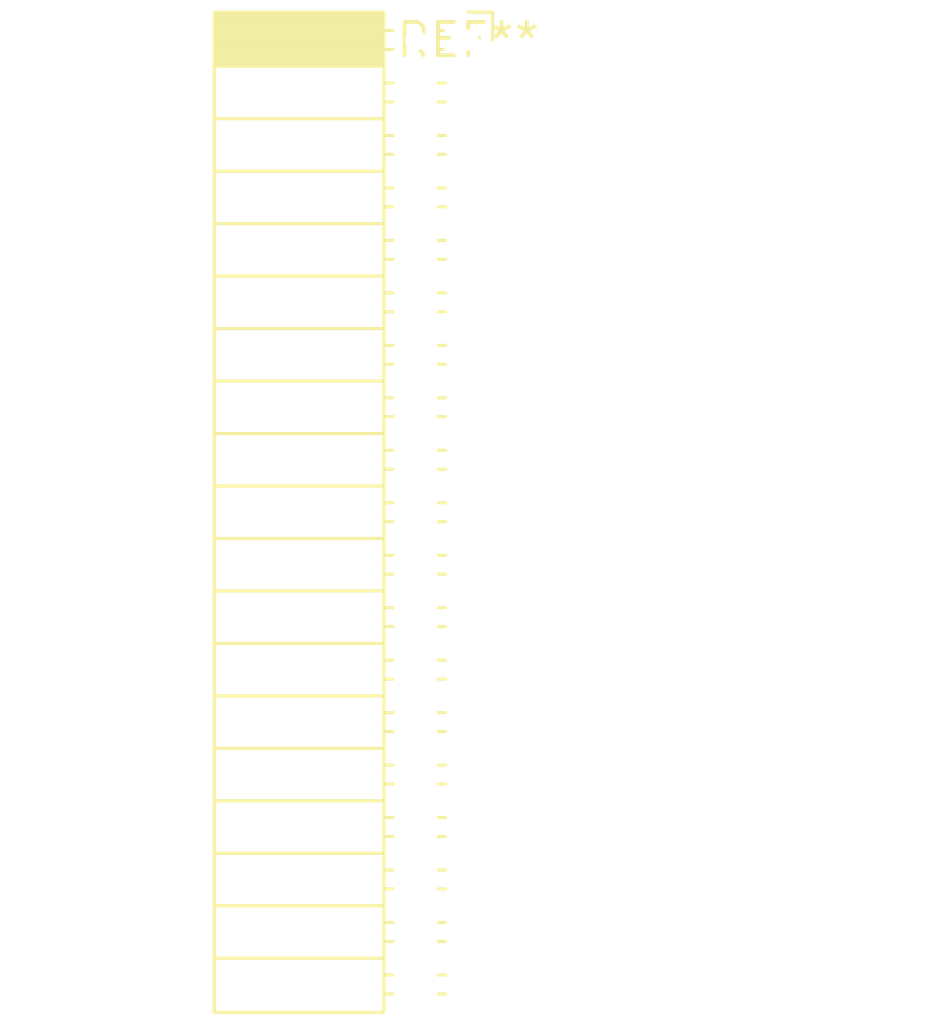
<source format=kicad_pcb>
(kicad_pcb (version 20240108) (generator pcbnew)
  (layers (0 "F.Cu" signal) (31 "B.Cu" signal) (34 "B.Paste" user) (35 "F.Paste" user) (36 "B.SilkS" user "B.Silkscreen") (37 "F.SilkS" user "F.Silkscreen") (38 "B.Mask" user) (39 "F.Mask" user) (44 "Edge.Cuts" user))
  (net 0 "")
  (footprint "PinSocket_2x19_P2.00mm_Horizontal" (layer "F.Cu") (at 0 0)
    (property "Reference" "REF**")
    (property "Value" "PinSocket_2x19_P2.00mm_Horizontal")
    (fp_line (start -9.68 -1.06) (end -9.68 37.06) (layer "F.SilkS") (stroke (width 0.12)))
    (fp_line (start -9.68 -1.06) (end -3.21 -1.06) (layer "F.SilkS") (stroke (width 0.12)))
    (fp_line (start -9.68 -0.94) (end -3.21 -0.94) (layer "F.SilkS") (stroke (width 0.12)))
    (fp_line (start -9.68 -0.825882) (end -3.21 -0.825882) (layer "F.SilkS") (stroke (width 0.12)))
    (fp_line (start -9.68 -0.711764) (end -3.21 -0.711764) (layer "F.SilkS") (stroke (width 0.12)))
    (fp_line (start -9.68 -0.597646) (end -3.21 -0.597646) (layer "F.SilkS") (stroke (width 0.12)))
    (fp_line (start -9.68 -0.483528) (end -3.21 -0.483528) (layer "F.SilkS") (stroke (width 0.12)))
    (fp_line (start -9.68 -0.36941) (end -3.21 -0.36941) (layer "F.SilkS") (stroke (width 0.12)))
    (fp_line (start -9.68 -0.255292) (end -3.21 -0.255292) (layer "F.SilkS") (stroke (width 0.12)))
    (fp_line (start -9.68 -0.141174) (end -3.21 -0.141174) (layer "F.SilkS") (stroke (width 0.12)))
    (fp_line (start -9.68 -0.027056) (end -3.21 -0.027056) (layer "F.SilkS") (stroke (width 0.12)))
    (fp_line (start -9.68 0.087062) (end -3.21 0.087062) (layer "F.SilkS") (stroke (width 0.12)))
    (fp_line (start -9.68 0.20118) (end -3.21 0.20118) (layer "F.SilkS") (stroke (width 0.12)))
    (fp_line (start -9.68 0.315298) (end -3.21 0.315298) (layer "F.SilkS") (stroke (width 0.12)))
    (fp_line (start -9.68 0.429416) (end -3.21 0.429416) (layer "F.SilkS") (stroke (width 0.12)))
    (fp_line (start -9.68 0.543534) (end -3.21 0.543534) (layer "F.SilkS") (stroke (width 0.12)))
    (fp_line (start -9.68 0.657652) (end -3.21 0.657652) (layer "F.SilkS") (stroke (width 0.12)))
    (fp_line (start -9.68 0.77177) (end -3.21 0.77177) (layer "F.SilkS") (stroke (width 0.12)))
    (fp_line (start -9.68 0.885888) (end -3.21 0.885888) (layer "F.SilkS") (stroke (width 0.12)))
    (fp_line (start -9.68 1) (end -3.21 1) (layer "F.SilkS") (stroke (width 0.12)))
    (fp_line (start -9.68 3) (end -3.21 3) (layer "F.SilkS") (stroke (width 0.12)))
    (fp_line (start -9.68 5) (end -3.21 5) (layer "F.SilkS") (stroke (width 0.12)))
    (fp_line (start -9.68 7) (end -3.21 7) (layer "F.SilkS") (stroke (width 0.12)))
    (fp_line (start -9.68 9) (end -3.21 9) (layer "F.SilkS") (stroke (width 0.12)))
    (fp_line (start -9.68 11) (end -3.21 11) (layer "F.SilkS") (stroke (width 0.12)))
    (fp_line (start -9.68 13) (end -3.21 13) (layer "F.SilkS") (stroke (width 0.12)))
    (fp_line (start -9.68 15) (end -3.21 15) (layer "F.SilkS") (stroke (width 0.12)))
    (fp_line (start -9.68 17) (end -3.21 17) (layer "F.SilkS") (stroke (width 0.12)))
    (fp_line (start -9.68 19) (end -3.21 19) (layer "F.SilkS") (stroke (width 0.12)))
    (fp_line (start -9.68 21) (end -3.21 21) (layer "F.SilkS") (stroke (width 0.12)))
    (fp_line (start -9.68 23) (end -3.21 23) (layer "F.SilkS") (stroke (width 0.12)))
    (fp_line (start -9.68 25) (end -3.21 25) (layer "F.SilkS") (stroke (width 0.12)))
    (fp_line (start -9.68 27) (end -3.21 27) (layer "F.SilkS") (stroke (width 0.12)))
    (fp_line (start -9.68 29) (end -3.21 29) (layer "F.SilkS") (stroke (width 0.12)))
    (fp_line (start -9.68 31) (end -3.21 31) (layer "F.SilkS") (stroke (width 0.12)))
    (fp_line (start -9.68 33) (end -3.21 33) (layer "F.SilkS") (stroke (width 0.12)))
    (fp_line (start -9.68 35) (end -3.21 35) (layer "F.SilkS") (stroke (width 0.12)))
    (fp_line (start -9.68 37.06) (end -3.21 37.06) (layer "F.SilkS") (stroke (width 0.12)))
    (fp_line (start -3.21 -1.06) (end -3.21 37.06) (layer "F.SilkS") (stroke (width 0.12)))
    (fp_line (start -3.21 -0.36) (end -2.862917 -0.36) (layer "F.SilkS") (stroke (width 0.12)))
    (fp_line (start -3.21 0.36) (end -2.862917 0.36) (layer "F.SilkS") (stroke (width 0.12)))
    (fp_line (start -3.21 1.64) (end -2.862917 1.64) (layer "F.SilkS") (stroke (width 0.12)))
    (fp_line (start -3.21 2.36) (end -2.862917 2.36) (layer "F.SilkS") (stroke (width 0.12)))
    (fp_line (start -3.21 3.64) (end -2.862917 3.64) (layer "F.SilkS") (stroke (width 0.12)))
    (fp_line (start -3.21 4.36) (end -2.862917 4.36) (layer "F.SilkS") (stroke (width 0.12)))
    (fp_line (start -3.21 5.64) (end -2.862917 5.64) (layer "F.SilkS") (stroke (width 0.12)))
    (fp_line (start -3.21 6.36) (end -2.862917 6.36) (layer "F.SilkS") (stroke (width 0.12)))
    (fp_line (start -3.21 7.64) (end -2.862917 7.64) (layer "F.SilkS") (stroke (width 0.12)))
    (fp_line (start -3.21 8.36) (end -2.862917 8.36) (layer "F.SilkS") (stroke (width 0.12)))
    (fp_line (start -3.21 9.64) (end -2.862917 9.64) (layer "F.SilkS") (stroke (width 0.12)))
    (fp_line (start -3.21 10.36) (end -2.862917 10.36) (layer "F.SilkS") (stroke (width 0.12)))
    (fp_line (start -3.21 11.64) (end -2.862917 11.64) (layer "F.SilkS") (stroke (width 0.12)))
    (fp_line (start -3.21 12.36) (end -2.862917 12.36) (layer "F.SilkS") (stroke (width 0.12)))
    (fp_line (start -3.21 13.64) (end -2.862917 13.64) (layer "F.SilkS") (stroke (width 0.12)))
    (fp_line (start -3.21 14.36) (end -2.862917 14.36) (layer "F.SilkS") (stroke (width 0.12)))
    (fp_line (start -3.21 15.64) (end -2.862917 15.64) (layer "F.SilkS") (stroke (width 0.12)))
    (fp_line (start -3.21 16.36) (end -2.862917 16.36) (layer "F.SilkS") (stroke (width 0.12)))
    (fp_line (start -3.21 17.64) (end -2.862917 17.64) (layer "F.SilkS") (stroke (width 0.12)))
    (fp_line (start -3.21 18.36) (end -2.862917 18.36) (layer "F.SilkS") (stroke (width 0.12)))
    (fp_line (start -3.21 19.64) (end -2.862917 19.64) (layer "F.SilkS") (stroke (width 0.12)))
    (fp_line (start -3.21 20.36) (end -2.862917 20.36) (layer "F.SilkS") (stroke (width 0.12)))
    (fp_line (start -3.21 21.64) (end -2.862917 21.64) (layer "F.SilkS") (stroke (width 0.12)))
    (fp_line (start -3.21 22.36) (end -2.862917 22.36) (layer "F.SilkS") (stroke (width 0.12)))
    (fp_line (start -3.21 23.64) (end -2.862917 23.64) (layer "F.SilkS") (stroke (width 0.12)))
    (fp_line (start -3.21 24.36) (end -2.862917 24.36) (layer "F.SilkS") (stroke (width 0.12)))
    (fp_line (start -3.21 25.64) (end -2.862917 25.64) (layer "F.SilkS") (stroke (width 0.12)))
    (fp_line (start -3.21 26.36) (end -2.862917 26.36) (layer "F.SilkS") (stroke (width 0.12)))
    (fp_line (start -3.21 27.64) (end -2.862917 27.64) (layer "F.SilkS") (stroke (width 0.12)))
    (fp_line (start -3.21 28.36) (end -2.862917 28.36) (layer "F.SilkS") (stroke (width 0.12)))
    (fp_line (start -3.21 29.64) (end -2.862917 29.64) (layer "F.SilkS") (stroke (width 0.12)))
    (fp_line (start -3.21 30.36) (end -2.862917 30.36) (layer "F.SilkS") (stroke (width 0.12)))
    (fp_line (start -3.21 31.64) (end -2.862917 31.64) (layer "F.SilkS") (stroke (width 0.12)))
    (fp_line (start -3.21 32.36) (end -2.862917 32.36) (layer "F.SilkS") (stroke (width 0.12)))
    (fp_line (start -3.21 33.64) (end -2.862917 33.64) (layer "F.SilkS") (stroke (width 0.12)))
    (fp_line (start -3.21 34.36) (end -2.862917 34.36) (layer "F.SilkS") (stroke (width 0.12)))
    (fp_line (start -3.21 35.64) (end -2.862917 35.64) (layer "F.SilkS") (stroke (width 0.12)))
    (fp_line (start -3.21 36.36) (end -2.862917 36.36) (layer "F.SilkS") (stroke (width 0.12)))
    (fp_line (start -1.137083 -0.36) (end -0.935 -0.36) (layer "F.SilkS") (stroke (width 0.12)))
    (fp_line (start -1.137083 0.36) (end -0.935 0.36) (layer "F.SilkS") (stroke (width 0.12)))
    (fp_line (start -1.137083 1.64) (end -0.862917 1.64) (layer "F.SilkS") (stroke (width 0.12)))
    (fp_line (start -1.137083 2.36) (end -0.862917 2.36) (layer "F.SilkS") (stroke (width 0.12)))
    (fp_line (start -1.137083 3.64) (end -0.862917 3.64) (layer "F.SilkS") (stroke (width 0.12)))
    (fp_line (start -1.137083 4.36) (end -0.862917 4.36) (layer "F.SilkS") (stroke (width 0.12)))
    (fp_line (start -1.137083 5.64) (end -0.862917 5.64) (layer "F.SilkS") (stroke (width 0.12)))
    (fp_line (start -1.137083 6.36) (end -0.862917 6.36) (layer "F.SilkS") (stroke (width 0.12)))
    (fp_line (start -1.137083 7.64) (end -0.862917 7.64) (layer "F.SilkS") (stroke (width 0.12)))
    (fp_line (start -1.137083 8.36) (end -0.862917 8.36) (layer "F.SilkS") (stroke (width 0.12)))
    (fp_line (start -1.137083 9.64) (end -0.862917 9.64) (layer "F.SilkS") (stroke (width 0.12)))
    (fp_line (start -1.137083 10.36) (end -0.862917 10.36) (layer "F.SilkS") (stroke (width 0.12)))
    (fp_line (start -1.137083 11.64) (end -0.862917 11.64) (layer "F.SilkS") (stroke (width 0.12)))
    (fp_line (start -1.137083 12.36) (end -0.862917 12.36) (layer "F.SilkS") (stroke (width 0.12)))
    (fp_line (start -1.137083 13.64) (end -0.862917 13.64) (layer "F.SilkS") (stroke (width 0.12)))
    (fp_line (start -1.137083 14.36) (end -0.862917 14.36) (layer "F.SilkS") (stroke (width 0.12)))
    (fp_line (start -1.137083 15.64) (end -0.862917 15.64) (layer "F.SilkS") (stroke (width 0.12)))
    (fp_line (start -1.137083 16.36) (end -0.862917 16.36) (layer "F.SilkS") (stroke (width 0.12)))
    (fp_line (start -1.137083 17.64) (end -0.862917 17.64) (layer "F.SilkS") (stroke (width 0.12)))
    (fp_line (start -1.137083 18.36) (end -0.862917 18.36) (layer "F.SilkS") (stroke (width 0.12)))
    (fp_line (start -1.137083 19.64) (end -0.862917 19.64) (layer "F.SilkS") (stroke (width 0.12)))
    (fp_line (start -1.137083 20.36) (end -0.862917 20.36) (layer "F.SilkS") (stroke (width 0.12)))
    (fp_line (start -1.137083 21.64) (end -0.862917 21.64) (layer "F.SilkS") (stroke (width 0.12)))
    (fp_line (start -1.137083 22.36) (end -0.862917 22.36) (layer "F.SilkS") (stroke (width 0.12)))
    (fp_line (start -1.137083 23.64) (end -0.862917 23.64) (layer "F.SilkS") (stroke (width 0.12)))
    (fp_line (start -1.137083 24.36) (end -0.862917 24.36) (layer "F.SilkS") (stroke (width 0.12)))
    (fp_line (start -1.137083 25.64) (end -0.862917 25.64) (layer "F.SilkS") (stroke (width 0.12)))
    (fp_line (start -1.137083 26.36) (end -0.862917 26.36) (layer "F.SilkS") (stroke (width 0.12)))
    (fp_line (start -1.137083 27.64) (end -0.862917 27.64) (layer "F.SilkS") (stroke (width 0.12)))
    (fp_line (start -1.137083 28.36) (end -0.862917 28.36) (layer "F.SilkS") (stroke (width 0.12)))
    (fp_line (start -1.137083 29.64) (end -0.862917 29.64) (layer "F.SilkS") (stroke (width 0.12)))
    (fp_line (start -1.137083 30.36) (end -0.862917 30.36) (layer "F.SilkS") (stroke (width 0.12)))
    (fp_line (start -1.137083 31.64) (end -0.862917 31.64) (layer "F.SilkS") (stroke (width 0.12)))
    (fp_line (start -1.137083 32.36) (end -0.862917 32.36) (layer "F.SilkS") (stroke (width 0.12)))
    (fp_line (start -1.137083 33.64) (end -0.862917 33.64) (layer "F.SilkS") (stroke (width 0.12)))
    (fp_line (start -1.137083 34.36) (end -0.862917 34.36) (layer "F.SilkS") (stroke (width 0.12)))
    (fp_line (start -1.137083 35.64) (end -0.862917 35.64) (layer "F.SilkS") (stroke (width 0.12)))
    (fp_line (start -1.137083 36.36) (end -0.862917 36.36) (layer "F.SilkS") (stroke (width 0.12)))
    (fp_line (start 0 -1.06) (end 0.935 -1.06) (layer "F.SilkS") (stroke (width 0.12)))
    (fp_line (start 0.935 -1.06) (end 0.935 0) (layer "F.SilkS") (stroke (width 0.12)))
    (pad "1" thru_hole rect (at 0 0) (size 1.35 1.35) (drill 0.8) (layers *.Cu *.Mask) (remove_unused_layers))
    (pad "2" thru_hole oval (at -2 0) (size 1.35 1.35) (drill 0.8) (layers *.Cu *.Mask) (remove_unused_layers))
    (pad "3" thru_hole oval (at 0 2) (size 1.35 1.35) (drill 0.8) (layers *.Cu *.Mask) (remove_unused_layers))
    (pad "4" thru_hole oval (at -2 2) (size 1.35 1.35) (drill 0.8) (layers *.Cu *.Mask) (remove_unused_layers))
    (pad "5" thru_hole oval (at 0 4) (size 1.35 1.35) (drill 0.8) (layers *.Cu *.Mask) (remove_unused_layers))
    (pad "6" thru_hole oval (at -2 4) (size 1.35 1.35) (drill 0.8) (layers *.Cu *.Mask) (remove_unused_layers))
    (pad "7" thru_hole oval (at 0 6) (size 1.35 1.35) (drill 0.8) (layers *.Cu *.Mask) (remove_unused_layers))
    (pad "8" thru_hole oval (at -2 6) (size 1.35 1.35) (drill 0.8) (layers *.Cu *.Mask) (remove_unused_layers))
    (pad "9" thru_hole oval (at 0 8) (size 1.35 1.35) (drill 0.8) (layers *.Cu *.Mask) (remove_unused_layers))
    (pad "10" thru_hole oval (at -2 8) (size 1.35 1.35) (drill 0.8) (layers *.Cu *.Mask) (remove_unused_layers))
    (pad "11" thru_hole oval (at 0 10) (size 1.35 1.35) (drill 0.8) (layers *.Cu *.Mask) (remove_unused_layers))
    (pad "12" thru_hole oval (at -2 10) (size 1.35 1.35) (drill 0.8) (layers *.Cu *.Mask) (remove_unused_layers))
    (pad "13" thru_hole oval (at 0 12) (size 1.35 1.35) (drill 0.8) (layers *.Cu *.Mask) (remove_unused_layers))
    (pad "14" thru_hole oval (at -2 12) (size 1.35 1.35) (drill 0.8) (layers *.Cu *.Mask) (remove_unused_layers))
    (pad "15" thru_hole oval (at 0 14) (size 1.35 1.35) (drill 0.8) (layers *.Cu *.Mask) (remove_unused_layers))
    (pad "16" thru_hole oval (at -2 14) (size 1.35 1.35) (drill 0.8) (layers *.Cu *.Mask) (remove_unused_layers))
    (pad "17" thru_hole oval (at 0 16) (size 1.35 1.35) (drill 0.8) (layers *.Cu *.Mask) (remove_unused_layers))
    (pad "18" thru_hole oval (at -2 16) (size 1.35 1.35) (drill 0.8) (layers *.Cu *.Mask) (remove_unused_layers))
    (pad "19" thru_hole oval (at 0 18) (size 1.35 1.35) (drill 0.8) (layers *.Cu *.Mask) (remove_unused_layers))
    (pad "20" thru_hole oval (at -2 18) (size 1.35 1.35) (drill 0.8) (layers *.Cu *.Mask) (remove_unused_layers))
    (pad "21" thru_hole oval (at 0 20) (size 1.35 1.35) (drill 0.8) (layers *.Cu *.Mask) (remove_unused_layers))
    (pad "22" thru_hole oval (at -2 20) (size 1.35 1.35) (drill 0.8) (layers *.Cu *.Mask) (remove_unused_layers))
    (pad "23" thru_hole oval (at 0 22) (size 1.35 1.35) (drill 0.8) (layers *.Cu *.Mask) (remove_unused_layers))
    (pad "24" thru_hole oval (at -2 22) (size 1.35 1.35) (drill 0.8) (layers *.Cu *.Mask) (remove_unused_layers))
    (pad "25" thru_hole oval (at 0 24) (size 1.35 1.35) (drill 0.8) (layers *.Cu *.Mask) (remove_unused_layers))
    (pad "26" thru_hole oval (at -2 24) (size 1.35 1.35) (drill 0.8) (layers *.Cu *.Mask) (remove_unused_layers))
    (pad "27" thru_hole oval (at 0 26) (size 1.35 1.35) (drill 0.8) (layers *.Cu *.Mask) (remove_unused_layers))
    (pad "28" thru_hole oval (at -2 26) (size 1.35 1.35) (drill 0.8) (layers *.Cu *.Mask) (remove_unused_layers))
    (pad "29" thru_hole oval (at 0 28) (size 1.35 1.35) (drill 0.8) (layers *.Cu *.Mask) (remove_unused_layers))
    (pad "30" thru_hole oval (at -2 28) (size 1.35 1.35) (drill 0.8) (layers *.Cu *.Mask) (remove_unused_layers))
    (pad "31" thru_hole oval (at 0 30) (size 1.35 1.35) (drill 0.8) (layers *.Cu *.Mask) (remove_unused_layers))
    (pad "32" thru_hole oval (at -2 30) (size 1.35 1.35) (drill 0.8) (layers *.Cu *.Mask) (remove_unused_layers))
    (pad "33" thru_hole oval (at 0 32) (size 1.35 1.35) (drill 0.8) (layers *.Cu *.Mask) (remove_unused_layers))
    (pad "34" thru_hole oval (at -2 32) (size 1.35 1.35) (drill 0.8) (layers *.Cu *.Mask) (remove_unused_layers))
    (pad "35" thru_hole oval (at 0 34) (size 1.35 1.35) (drill 0.8) (layers *.Cu *.Mask) (remove_unused_layers))
    (pad "36" thru_hole oval (at -2 34) (size 1.35 1.35) (drill 0.8) (layers *.Cu *.Mask) (remove_unused_layers))
    (pad "37" thru_hole oval (at 0 36) (size 1.35 1.35) (drill 0.8) (layers *.Cu *.Mask) (remove_unused_layers))
    (pad "38" thru_hole oval (at -2 36) (size 1.35 1.35) (drill 0.8) (layers *.Cu *.Mask) (remove_unused_layers))
  )
)
</source>
